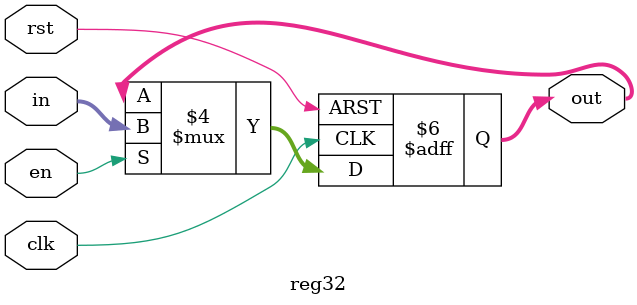
<source format=v>
/*
 * Taylor Skilling
 * Will Johnson
 * 12/14/2016
 * EECE 3324
 *
 * reg32.v -- 32 32-bit Registers
 */

module reg32 (clk, in, en, rst, out);

input en, rst, clk;
input [31:0] in;
output reg [31:0] out;

always @(posedge clk or posedge rst)
begin
    if (rst == 1)
        out <= 32'h3000;
    else if (en == 1)
        out <= in;
end

endmodule
</source>
